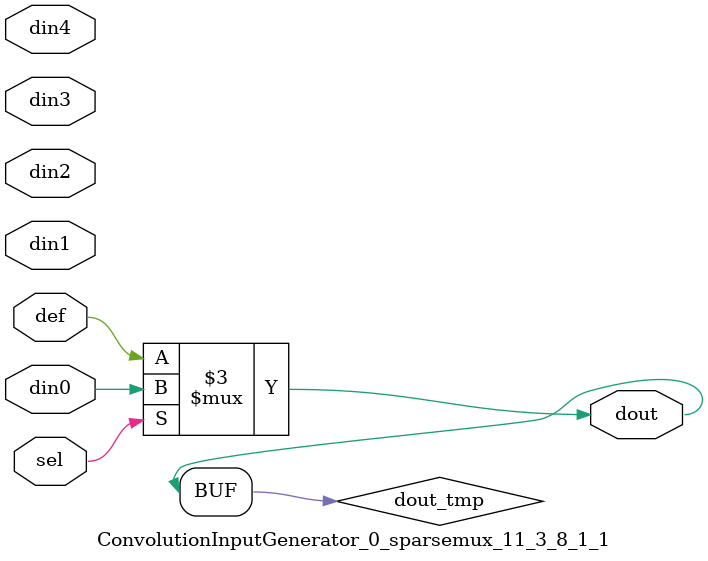
<source format=v>
`timescale 1ns / 1ps

module ConvolutionInputGenerator_0_sparsemux_11_3_8_1_1 (din0,din1,din2,din3,din4,def,sel,dout);

parameter din0_WIDTH = 1;

parameter din1_WIDTH = 1;

parameter din2_WIDTH = 1;

parameter din3_WIDTH = 1;

parameter din4_WIDTH = 1;

parameter def_WIDTH = 1;
parameter sel_WIDTH = 1;
parameter dout_WIDTH = 1;

parameter [sel_WIDTH-1:0] CASE0 = 1;

parameter [sel_WIDTH-1:0] CASE1 = 1;

parameter [sel_WIDTH-1:0] CASE2 = 1;

parameter [sel_WIDTH-1:0] CASE3 = 1;

parameter [sel_WIDTH-1:0] CASE4 = 1;

parameter ID = 1;
parameter NUM_STAGE = 1;



input [din0_WIDTH-1:0] din0;

input [din1_WIDTH-1:0] din1;

input [din2_WIDTH-1:0] din2;

input [din3_WIDTH-1:0] din3;

input [din4_WIDTH-1:0] din4;

input [def_WIDTH-1:0] def;
input [sel_WIDTH-1:0] sel;

output [dout_WIDTH-1:0] dout;



reg [dout_WIDTH-1:0] dout_tmp;

always @ (*) begin
case (sel)
    
    CASE0 : dout_tmp = din0;
    
    CASE1 : dout_tmp = din1;
    
    CASE2 : dout_tmp = din2;
    
    CASE3 : dout_tmp = din3;
    
    CASE4 : dout_tmp = din4;
    
    default : dout_tmp = def;
endcase
end


assign dout = dout_tmp;



endmodule

</source>
